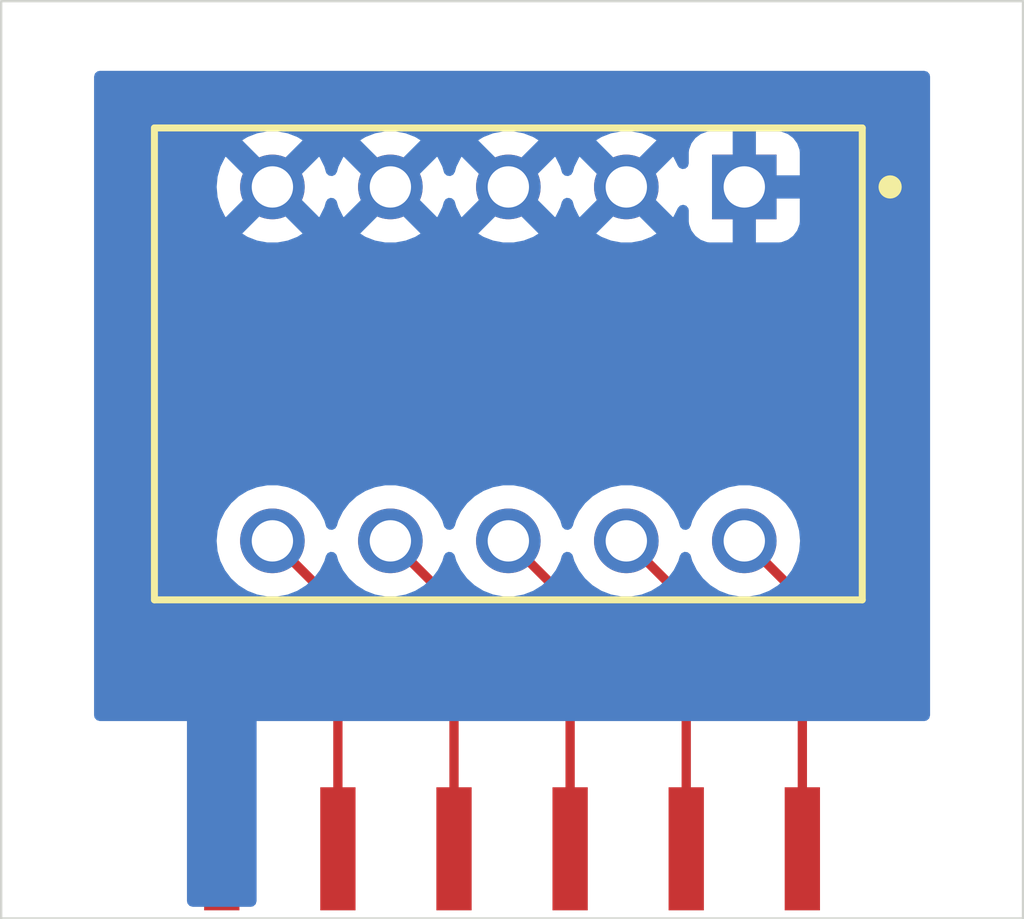
<source format=kicad_pcb>
(kicad_pcb (version 20240108) (generator "pcbnew") (generator_version "8.0")
  (layers (0 "F.Cu" signal) (31 "B.Cu" signal) (34 "B.Paste" user) (35 "F.Paste" user) (36 "B.SilkS" user "B.Silkscreen") (37 "F.SilkS" user "F.Silkscreen") (38 "B.Mask" user) (39 "F.Mask" user) (44 "Edge.Cuts" user))
  (net 0 "")
  (net 1 "S1")
  (net 2 "S3")
  (net 3 "GND")
  (net 4 "S5")
  (net 5 "S2")
  (net 6 "S4")
  (footprint "Button_Switch_SMD:SW_DIP_SPSTx06_Slide_KingTek_DSHP06TJ_W5.25mm_P1.27mm_JPin" (layer "F.Cu") (at 144.75 106.25)
    (property "Reference" "REF**" (hide yes))
    (property "Value" "SW_DIP_SPSTx06_Slide_KingTek_DSHP06TJ_W5.25mm_P1.27mm_JPin" (hide yes))
    (pad "1" smd rect (at -8 0 90) (size 2.65 0.76) (layers "F.Cu" "F.Paste" "F.Mask") (net 3 "GND"))
    (pad "2" smd rect (at -5.5 0 90) (size 2.65 0.76) (layers "F.Cu" "F.Paste" "F.Mask") (net 4 "S5"))
    (pad "3" smd rect (at -3 0 90) (size 2.65 0.76) (layers "F.Cu" "F.Paste" "F.Mask") (net 6 "S4"))
    (pad "4" smd rect (at -0.5 0 90) (size 2.65 0.76) (layers "F.Cu" "F.Paste" "F.Mask") (net 2 "S3"))
    (pad "5" smd rect (at 2 0 90) (size 2.65 0.76) (layers "F.Cu" "F.Paste" "F.Mask") (net 5 "S2"))
    (pad "6" smd rect (at 4.5 0 90) (size 2.65 0.76) (layers "F.Cu" "F.Paste" "F.Mask") (net 1 "S1"))
  )
  (footprint "eec:TE_Connectivity-3-5435640-6-MFG" (layer "F.Cu") (at 142.92 95.81 180)
    (property "Reference" "SW1" (hide yes))
    (property "Value" "SW_DIP_x05")
    (fp_line (start 7.62 5.08) (end 7.62 -5.08) (stroke (width 0.15)) (layer "F.SilkS"))
    (fp_line (start -7.62 5.08) (end 7.62 5.08) (stroke (width 0.15)) (layer "F.SilkS"))
    (fp_line (start -7.62 5.08) (end -7.62 -5.08) (stroke (width 0.15)) (layer "F.SilkS"))
    (fp_line (start -7.62 -5.08) (end 7.62 -5.08) (stroke (width 0.15)) (layer "F.SilkS"))
    (fp_circle (center -8.22 3.81) (end -8.095 3.81) (stroke (width 0.25)) (fill none) (layer "F.SilkS"))
    (pad "1" thru_hole rect (at -5.08 3.81 180) (size 1.39 1.39) (drill 0.89) (layers "*.Cu") (net 3 "GND"))
    (pad "2" thru_hole circle (at -2.54 3.81 180) (size 1.39 1.39) (drill 0.89) (layers "*.Cu") (net 3 "GND"))
    (pad "3" thru_hole circle (at 0 3.81 180) (size 1.39 1.39) (drill 0.89) (layers "*.Cu") (net 3 "GND"))
    (pad "4" thru_hole circle (at 2.54 3.81 180) (size 1.39 1.39) (drill 0.89) (layers "*.Cu") (net 3 "GND"))
    (pad "5" thru_hole circle (at 5.08 3.81 180) (size 1.39 1.39) (drill 0.89) (layers "*.Cu") (net 3 "GND"))
    (pad "6" thru_hole circle (at 5.08 -3.81 180) (size 1.39 1.39) (drill 0.89) (layers "*.Cu") (net 4 "S5"))
    (pad "7" thru_hole circle (at 2.54 -3.81 180) (size 1.39 1.39) (drill 0.89) (layers "*.Cu") (net 6 "S4"))
    (pad "8" thru_hole circle (at 0 -3.81 180) (size 1.39 1.39) (drill 0.89) (layers "*.Cu") (net 2 "S3"))
    (pad "9" thru_hole circle (at -2.54 -3.81 180) (size 1.39 1.39) (drill 0.89) (layers "*.Cu") (net 5 "S2"))
    (pad "10" thru_hole circle (at -5.08 -3.81 180) (size 1.39 1.39) (drill 0.89) (layers "*.Cu") (net 1 "S1"))
  )
  (gr_rect (start 132 88) (end 154 107.75) (stroke (width 0.05)) (fill none) (layer "Edge.Cuts"))
  (segment (start 148 99.62) (end 149.25 100.87) (width 0.2) (layer "F.Cu") (net 1))
  (segment (start 149.25 100.87) (end 149.25 106.25) (width 0.2) (layer "F.Cu") (net 1))
  (segment (start 142.92 99.62) (end 144.25 100.95) (width 0.2) (layer "F.Cu") (net 2))
  (segment (start 144.25 100.95) (end 144.25 106.25) (width 0.2) (layer "F.Cu") (net 2))
  (segment (start 139.25 101.03) (end 139.25 106.25) (width 0.2) (layer "F.Cu") (net 4))
  (segment (start 137.84 99.62) (end 139.25 101.03) (width 0.2) (layer "F.Cu") (net 4))
  (segment (start 145.46 99.62) (end 146.75 100.91) (width 0.2) (layer "F.Cu") (net 5))
  (segment (start 146.75 100.91) (end 146.75 106.25) (width 0.2) (layer "F.Cu") (net 5))
  (segment (start 141.75 100.99) (end 141.75 106.25) (width 0.2) (layer "F.Cu") (net 6))
  (segment (start 140.38 99.62) (end 141.75 100.99) (width 0.2) (layer "F.Cu") (net 6))
  (zone (net 3) (net_name "GND") (layer "B.Cu") (connect_pads (clearance 0.5)) (min_thickness 0.25) (fill yes (thermal_gap 0.5) (thermal_bridge_width 0.5))
    (polygon (pts (xy 134 89.5) (xy 134 103.5) (xy 136 103.5) (xy 136 107.75) (xy 137.5 107.75) (xy 137.5 103.5) (xy 152 103.5) (xy 152 89.5)))
  )
)
</source>
